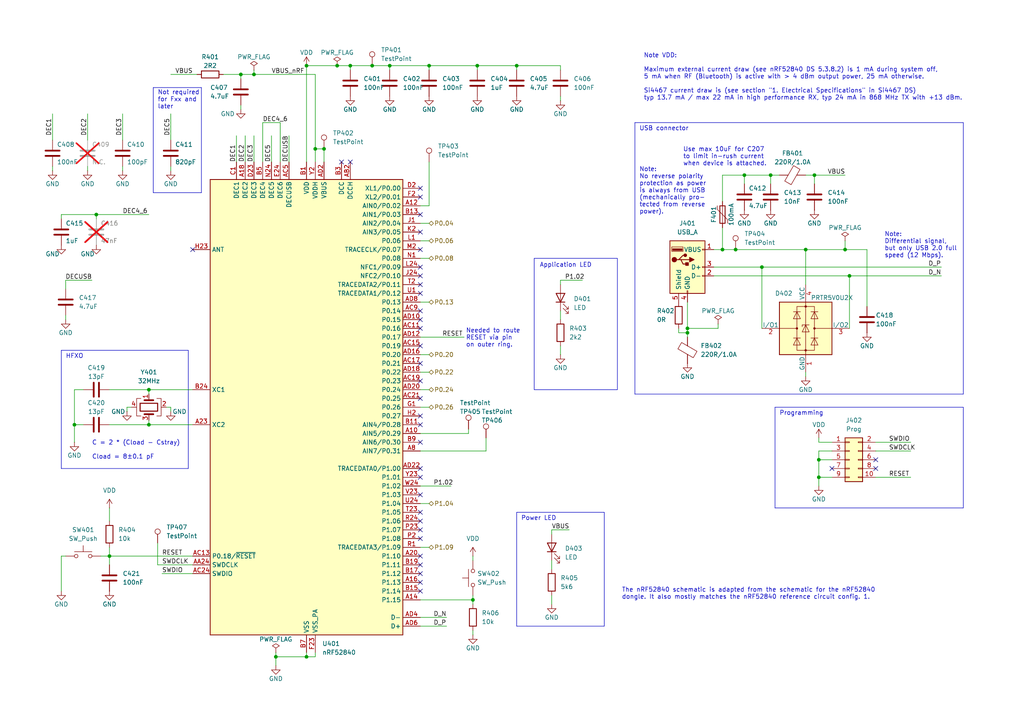
<source format=kicad_sch>
(kicad_sch (version 20231120) (generator "eeschema") (generator_version "8.0")
  (paper "A4")
  (title_block (title "Controller MCU"))
  (junction (at 88.9 190.5))
  (junction (at 27.94 62.23))
  (junction (at 73.66 21.59))
  (junction (at 113.03 19.05))
  (junction (at 209.55 72.39))
  (junction (at 149.86 19.05))
  (junction (at 137.16 173.99))
  (junction (at 246.38 80.01))
  (junction (at 80.01 190.5))
  (junction (at 69.85 21.59))
  (junction (at 236.22 50.8))
  (junction (at 93.98 43.18))
  (junction (at 215.9 50.8))
  (junction (at 31.75 161.29))
  (junction (at 245.11 72.39))
  (junction (at 88.9 19.05))
  (junction (at 199.39 96.52))
  (junction (at 43.18 123.19))
  (junction (at 21.59 123.19))
  (junction (at 101.6 19.05))
  (junction (at 124.46 19.05))
  (junction (at 138.43 19.05))
  (junction (at 223.52 50.8))
  (junction (at 43.18 113.03))
  (junction (at 199.39 95.25))
  (junction (at 237.49 133.35))
  (junction (at 213.36 72.39))
  (junction (at 107.95 19.05))
  (junction (at 233.68 72.39))
  (junction (at 91.44 43.18))
  (junction (at 237.49 138.43))
  (junction (at 220.98 77.47))
  (junction (at 97.79 19.05))
  (no_connect (at 121.92 138.43))
  (no_connect (at 101.6 46.99))
  (no_connect (at 121.92 72.39))
  (no_connect (at 121.92 163.83))
  (no_connect (at 121.92 95.25))
  (no_connect (at 121.92 151.13))
  (no_connect (at 121.92 148.59))
  (no_connect (at 121.92 166.37))
  (no_connect (at 121.92 105.41))
  (no_connect (at 121.92 67.31))
  (no_connect (at 121.92 62.23))
  (no_connect (at 121.92 143.51))
  (no_connect (at 121.92 110.49))
  (no_connect (at 121.92 57.15))
  (no_connect (at 121.92 54.61))
  (no_connect (at 121.92 85.09))
  (no_connect (at 121.92 80.01))
  (no_connect (at 121.92 77.47))
  (no_connect (at 121.92 82.55))
  (no_connect (at 121.92 156.21))
  (no_connect (at 121.92 161.29))
  (no_connect (at 121.92 115.57))
  (no_connect (at 121.92 153.67))
  (no_connect (at 254 135.89))
  (no_connect (at 254 133.35))
  (no_connect (at 241.3 135.89))
  (no_connect (at 121.92 135.89))
  (no_connect (at 121.92 171.45))
  (no_connect (at 99.06 46.99))
  (no_connect (at 55.88 72.39))
  (no_connect (at 121.92 90.17))
  (no_connect (at 121.92 123.19))
  (no_connect (at 121.92 92.71))
  (no_connect (at 121.92 128.27))
  (no_connect (at 121.92 120.65))
  (no_connect (at 121.92 100.33))
  (no_connect (at 121.92 168.91))
  (wire (pts (xy 254 130.81) (xy 264.16 130.81)))
  (wire (pts (xy 36.83 118.11) (xy 36.83 119.38)))
  (wire (pts (xy 81.28 35.56) (xy 76.2 35.56)))
  (wire (pts (xy 160.02 153.67) (xy 165.1 153.67)))
  (wire (pts (xy 69.85 30.48) (xy 69.85 31.75)))
  (wire (pts (xy 19.05 83.82) (xy 19.05 81.28)))
  (wire (pts (xy 215.9 53.34) (xy 215.9 50.8)))
  (wire (pts (xy 45.72 163.83) (xy 55.88 163.83)))
  (wire (pts (xy 124.46 19.05) (xy 138.43 19.05)))
  (wire (pts (xy 207.01 72.39) (xy 209.55 72.39)))
  (polyline (pts (xy 279.4 35.56) (xy 184.15 35.56)))
  (wire (pts (xy 91.44 189.23) (xy 91.44 190.5)))
  (wire (pts (xy 121.92 87.63) (xy 124.46 87.63)))
  (wire (pts (xy 15.24 33.02) (xy 15.24 40.64)))
  (wire (pts (xy 80.01 190.5) (xy 88.9 190.5)))
  (wire (pts (xy 80.01 189.23) (xy 80.01 190.5)))
  (wire (pts (xy 45.72 163.83) (xy 45.72 157.48)))
  (polyline (pts (xy 58.42 25.4) (xy 58.42 55.88)))
  (wire (pts (xy 246.38 95.25) (xy 246.38 80.01)))
  (wire (pts (xy 71.12 39.37) (xy 71.12 46.99)))
  (polyline (pts (xy 175.26 181.61) (xy 149.86 181.61)))
  (wire (pts (xy 162.56 100.33) (xy 162.56 102.87)))
  (polyline (pts (xy 184.15 35.56) (xy 184.15 114.3)))
  (wire (pts (xy 233.68 107.95) (xy 233.68 109.22)))
  (wire (pts (xy 160.02 162.56) (xy 160.02 165.1)))
  (polyline (pts (xy 54.61 101.6) (xy 54.61 135.89)))
  (wire (pts (xy 162.56 90.17) (xy 162.56 92.71)))
  (wire (pts (xy 76.2 35.56) (xy 76.2 46.99)))
  (wire (pts (xy 49.53 118.11) (xy 48.26 118.11)))
  (wire (pts (xy 43.18 121.92) (xy 43.18 123.19)))
  (polyline (pts (xy 224.79 147.32) (xy 279.4 147.32)))
  (wire (pts (xy 17.78 171.45) (xy 17.78 161.29)))
  (polyline (pts (xy 224.79 118.11) (xy 224.79 147.32)))
  (wire (pts (xy 49.53 48.26) (xy 49.53 49.53)))
  (wire (pts (xy 246.38 80.01) (xy 273.05 80.01)))
  (wire (pts (xy 19.05 81.28) (xy 26.67 81.28)))
  (polyline (pts (xy 224.79 118.11) (xy 279.4 118.11)))
  (polyline (pts (xy 17.78 101.6) (xy 54.61 101.6)))
  (wire (pts (xy 254 128.27) (xy 264.16 128.27)))
  (wire (pts (xy 137.16 182.88) (xy 137.16 184.15)))
  (polyline (pts (xy 44.45 25.4) (xy 44.45 55.88)))
  (wire (pts (xy 93.98 43.18) (xy 91.44 43.18)))
  (wire (pts (xy 236.22 50.8) (xy 236.22 53.34)))
  (wire (pts (xy 245.11 69.85) (xy 245.11 72.39)))
  (polyline (pts (xy 279.4 147.32) (xy 279.4 118.11)))
  (wire (pts (xy 121.92 179.07) (xy 129.54 179.07)))
  (wire (pts (xy 135.89 125.73) (xy 135.89 124.46)))
  (polyline (pts (xy 149.86 148.59) (xy 149.86 181.61)))
  (wire (pts (xy 160.02 172.72) (xy 160.02 175.26)))
  (wire (pts (xy 121.92 74.93) (xy 124.46 74.93)))
  (wire (pts (xy 241.3 133.35) (xy 237.49 133.35)))
  (wire (pts (xy 137.16 173.99) (xy 137.16 175.26)))
  (wire (pts (xy 49.53 33.02) (xy 49.53 40.64)))
  (wire (pts (xy 31.75 113.03) (xy 43.18 113.03)))
  (wire (pts (xy 121.92 59.69) (xy 124.46 59.69)))
  (wire (pts (xy 24.13 113.03) (xy 21.59 113.03)))
  (wire (pts (xy 149.86 19.05) (xy 162.56 19.05)))
  (wire (pts (xy 49.53 119.38) (xy 49.53 118.11)))
  (wire (pts (xy 64.77 21.59) (xy 69.85 21.59)))
  (wire (pts (xy 162.56 27.94) (xy 162.56 29.21)))
  (wire (pts (xy 43.18 113.03) (xy 55.88 113.03)))
  (wire (pts (xy 207.01 77.47) (xy 220.98 77.47)))
  (wire (pts (xy 35.56 33.02) (xy 35.56 40.64)))
  (wire (pts (xy 73.66 39.37) (xy 73.66 46.99)))
  (wire (pts (xy 17.78 62.23) (xy 27.94 62.23)))
  (wire (pts (xy 17.78 62.23) (xy 17.78 63.5)))
  (wire (pts (xy 162.56 20.32) (xy 162.56 19.05)))
  (wire (pts (xy 233.68 72.39) (xy 245.11 72.39)))
  (wire (pts (xy 121.92 102.87) (xy 124.46 102.87)))
  (wire (pts (xy 121.92 113.03) (xy 124.46 113.03)))
  (wire (pts (xy 91.44 190.5) (xy 88.9 190.5)))
  (wire (pts (xy 21.59 123.19) (xy 21.59 128.27)))
  (polyline (pts (xy 149.86 148.59) (xy 175.26 148.59)))
  (wire (pts (xy 21.59 113.03) (xy 21.59 123.19)))
  (wire (pts (xy 121.92 130.81) (xy 140.97 130.81)))
  (polyline (pts (xy 54.61 135.89) (xy 17.78 135.89)))
  (wire (pts (xy 209.55 50.8) (xy 215.9 50.8)))
  (wire (pts (xy 121.92 140.97) (xy 130.81 140.97)))
  (wire (pts (xy 233.68 82.55) (xy 233.68 72.39)))
  (wire (pts (xy 88.9 189.23) (xy 88.9 190.5)))
  (wire (pts (xy 38.1 118.11) (xy 36.83 118.11)))
  (wire (pts (xy 101.6 19.05) (xy 107.95 19.05)))
  (wire (pts (xy 209.55 72.39) (xy 213.36 72.39)))
  (wire (pts (xy 31.75 147.32) (xy 31.75 151.13)))
  (wire (pts (xy 113.03 19.05) (xy 113.03 20.32)))
  (wire (pts (xy 121.92 107.95) (xy 124.46 107.95)))
  (wire (pts (xy 25.4 33.02) (xy 25.4 40.64)))
  (wire (pts (xy 107.95 19.05) (xy 113.03 19.05)))
  (wire (pts (xy 199.39 95.25) (xy 199.39 96.52)))
  (wire (pts (xy 31.75 158.75) (xy 31.75 161.29)))
  (wire (pts (xy 121.92 69.85) (xy 124.46 69.85)))
  (wire (pts (xy 93.98 46.99) (xy 93.98 43.18)))
  (wire (pts (xy 35.56 48.26) (xy 35.56 49.53)))
  (wire (pts (xy 49.53 21.59) (xy 57.15 21.59)))
  (wire (pts (xy 97.79 19.05) (xy 101.6 19.05)))
  (wire (pts (xy 245.11 72.39) (xy 251.46 72.39)))
  (wire (pts (xy 199.39 96.52) (xy 199.39 97.79)))
  (wire (pts (xy 27.94 62.23) (xy 27.94 63.5)))
  (wire (pts (xy 73.66 20.32) (xy 73.66 21.59)))
  (wire (pts (xy 160.02 154.94) (xy 160.02 153.67)))
  (wire (pts (xy 80.01 190.5) (xy 80.01 193.04)))
  (wire (pts (xy 140.97 130.81) (xy 140.97 127)))
  (wire (pts (xy 43.18 114.3) (xy 43.18 113.03)))
  (wire (pts (xy 21.59 123.19) (xy 24.13 123.19)))
  (wire (pts (xy 213.36 72.39) (xy 233.68 72.39)))
  (wire (pts (xy 237.49 130.81) (xy 237.49 133.35)))
  (wire (pts (xy 69.85 21.59) (xy 73.66 21.59)))
  (wire (pts (xy 121.92 173.99) (xy 137.16 173.99)))
  (wire (pts (xy 81.28 46.99) (xy 81.28 35.56)))
  (wire (pts (xy 121.92 64.77) (xy 124.46 64.77)))
  (wire (pts (xy 121.92 146.05) (xy 124.46 146.05)))
  (wire (pts (xy 124.46 19.05) (xy 124.46 20.32)))
  (wire (pts (xy 215.9 50.8) (xy 223.52 50.8)))
  (wire (pts (xy 162.56 82.55) (xy 162.56 81.28)))
  (wire (pts (xy 101.6 19.05) (xy 101.6 20.32)))
  (wire (pts (xy 91.44 21.59) (xy 91.44 43.18)))
  (wire (pts (xy 124.46 59.69) (xy 124.46 46.99)))
  (wire (pts (xy 69.85 21.59) (xy 69.85 22.86)))
  (wire (pts (xy 68.58 39.37) (xy 68.58 46.99)))
  (wire (pts (xy 162.56 81.28) (xy 168.91 81.28)))
  (wire (pts (xy 73.66 21.59) (xy 91.44 21.59)))
  (wire (pts (xy 236.22 50.8) (xy 245.11 50.8)))
  (wire (pts (xy 15.24 48.26) (xy 15.24 49.53)))
  (wire (pts (xy 88.9 19.05) (xy 97.79 19.05)))
  (wire (pts (xy 137.16 161.29) (xy 137.16 162.56)))
  (polyline (pts (xy 279.4 114.3) (xy 279.4 35.56)))
  (polyline (pts (xy 58.42 55.88) (xy 44.45 55.88)))
  (wire (pts (xy 91.44 43.18) (xy 91.44 46.99)))
  (wire (pts (xy 43.18 123.19) (xy 31.75 123.19)))
  (wire (pts (xy 121.92 125.73) (xy 135.89 125.73)))
  (wire (pts (xy 27.94 62.23) (xy 43.18 62.23)))
  (wire (pts (xy 149.86 20.32) (xy 149.86 19.05)))
  (wire (pts (xy 83.82 39.37) (xy 83.82 46.99)))
  (wire (pts (xy 209.55 50.8) (xy 209.55 58.42)))
  (wire (pts (xy 29.21 161.29) (xy 31.75 161.29)))
  (wire (pts (xy 121.92 118.11) (xy 124.46 118.11)))
  (polyline (pts (xy 44.45 25.4) (xy 58.42 25.4)))
  (wire (pts (xy 223.52 50.8) (xy 226.06 50.8)))
  (wire (pts (xy 149.86 19.05) (xy 138.43 19.05)))
  (wire (pts (xy 31.75 161.29) (xy 55.88 161.29)))
  (wire (pts (xy 207.01 80.01) (xy 246.38 80.01)))
  (wire (pts (xy 46.99 166.37) (xy 55.88 166.37)))
  (wire (pts (xy 43.18 123.19) (xy 55.88 123.19)))
  (wire (pts (xy 121.92 158.75) (xy 124.46 158.75)))
  (wire (pts (xy 88.9 19.05) (xy 88.9 46.99)))
  (wire (pts (xy 121.92 97.79) (xy 134.62 97.79)))
  (wire (pts (xy 237.49 138.43) (xy 241.3 138.43)))
  (wire (pts (xy 233.68 50.8) (xy 236.22 50.8)))
  (wire (pts (xy 237.49 133.35) (xy 237.49 138.43)))
  (wire (pts (xy 199.39 95.25) (xy 208.28 95.25)))
  (wire (pts (xy 209.55 66.04) (xy 209.55 72.39)))
  (wire (pts (xy 78.74 39.37) (xy 78.74 46.99)))
  (wire (pts (xy 223.52 50.8) (xy 223.52 53.34)))
  (wire (pts (xy 254 138.43) (xy 264.16 138.43)))
  (wire (pts (xy 196.85 95.25) (xy 196.85 96.52)))
  (wire (pts (xy 138.43 19.05) (xy 138.43 20.32)))
  (wire (pts (xy 25.4 48.26) (xy 25.4 49.53)))
  (wire (pts (xy 121.92 181.61) (xy 129.54 181.61)))
  (wire (pts (xy 220.98 77.47) (xy 273.05 77.47)))
  (wire (pts (xy 237.49 127) (xy 237.49 128.27)))
  (wire (pts (xy 31.75 161.29) (xy 31.75 163.83)))
  (wire (pts (xy 220.98 95.25) (xy 220.98 77.47)))
  (wire (pts (xy 17.78 161.29) (xy 19.05 161.29)))
  (wire (pts (xy 251.46 72.39) (xy 251.46 88.9)))
  (wire (pts (xy 208.28 93.98) (xy 208.28 95.25)))
  (wire (pts (xy 196.85 96.52) (xy 199.39 96.52)))
  (wire (pts (xy 113.03 19.05) (xy 124.46 19.05)))
  (wire (pts (xy 199.39 87.63) (xy 199.39 95.25)))
  (polyline (pts (xy 184.15 114.3) (xy 279.4 114.3)))
  (wire (pts (xy 137.16 173.99) (xy 137.16 172.72)))
  (wire (pts (xy 237.49 140.97) (xy 237.49 138.43)))
  (wire (pts (xy 19.05 91.44) (xy 19.05 92.71)))
  (polyline (pts (xy 175.26 148.59) (xy 175.26 181.61)))
  (wire (pts (xy 241.3 130.81) (xy 237.49 130.81)))
  (polyline (pts (xy 17.78 135.89) (xy 17.78 101.6)))
  (wire (pts (xy 237.49 128.27) (xy 241.3 128.27)))
  (rectangle (start 154.94 74.93) (end 179.07 113.03))
  (text "Programming" (at 226.06 120.65 0) (effects (font (size 1.27 1.27)) (justify left bottom)))
  (text "USB connector" (at 185.42 38.1 0) (effects (font (size 1.27 1.27)) (justify left bottom)))
  (text "C = 2 * (Cload - Cstray)\n\nCload = 8±0.1 pF" (at 26.67 133.35 0) (effects (font (size 1.27 1.27)) (justify left bottom)))
  (text "Note VDD:\n\nMaximum external current draw (see nRF52840 DS 5.3.8.2) is 1 mA during system off, \n5 mA when RF (Bluetooth) is active with > 4 dBm output power, 25 mA otherwise.\n\nSi4467 current draw is (see section \"1. Electrical Specifications\" in Si4467 DS) \ntyp 13.7 mA / max 22 mA in high performance RX, typ 24 mA in 868 MHz TX with +13 dBm." (at 186.69 29.21 0) (effects (font (size 1.27 1.27)) (justify left bottom)))
  (text "Not required\nfor Fxx and\nlater" (at 45.72 31.75 0) (effects (font (size 1.27 1.27)) (justify left bottom)))
  (text "The nRF52840 schematic is adapted from the schematic for the nRF52840\ndongle. It also mostly matches the nRF52840 reference circuit config. 1." (at 180.34 173.99 0) (effects (font (size 1.27 1.27)) (justify left bottom)))
  (text "HFXO" (at 19.05 104.14 0) (effects (font (size 1.27 1.27)) (justify left bottom)))
  (text "Note:\nNo reverse polarity\nprotection as power\nis always from USB\n(mechanically pro-\ntected from reverse\npower)." (at 185.42 62.23 0) (effects (font (size 1.27 1.27)) (justify left bottom)))
  (text "Power LED" (at 151.13 151.13 0) (effects (font (size 1.27 1.27)) (justify left bottom)))
  (text "Application LED" (at 164.084 76.962 0) (effects (font (size 1.27 1.27))))
  (text "Note:\nDifferential signal,\nbut only USB 2.0 full\nspeed (12 Mbps)." (at 256.54 74.93 0) (effects (font (size 1.27 1.27)) (justify left bottom)))
  (text "Needed to route\nRESET via pin \non outer ring." (at 135.128 100.838 0) (effects (font (size 1.27 1.27)) (justify left bottom)))
  (text "Use max 10uF for C207\nto limit in-rush current\nwhen device is attached." (at 198.12 48.26 0) (effects (font (size 1.27 1.27)) (justify left bottom)))
  (label "DEC4_6" (at 35.56 62.23 0))
  (label "D_N" (at 125.73 179.07 0))
  (label "P1.02" (at 163.83 81.28 0))
  (label "SWDCLK" (at 46.99 163.83 0))
  (label "RESET" (at 257.81 138.43 0))
  (label "RESET" (at 128.27 97.79 0))
  (label "SWDCLK" (at 257.81 130.81 0))
  (label "D_P" (at 269.24 77.47 0))
  (label "D_P" (at 125.73 181.61 0))
  (label "DECUSB" (at 83.82 46.99 90))
  (label "VBUS" (at 160.02 153.67 0))
  (label "DEC3" (at 73.66 46.99 90))
  (label "DEC2" (at 25.4 39.37 90))
  (label "DEC2" (at 71.12 46.99 90))
  (label "RESET" (at 46.99 161.29 0))
  (label "DEC5" (at 49.53 39.37 90))
  (label "DEC5" (at 78.74 46.99 90))
  (label "DEC4_6" (at 76.2 35.56 0))
  (label "VBUS" (at 240.03 50.8 0))
  (label "VBUS" (at 50.8 21.59 0))
  (label "DEC3" (at 35.56 39.37 90))
  (label "D_N" (at 269.24 80.01 0))
  (label "VBUS_nRF" (at 78.74 21.59 0))
  (label "DEC1" (at 68.58 46.99 90))
  (label "SWDIO" (at 257.81 128.27 0))
  (label "DEC1" (at 15.24 39.37 90))
  (label "DECUSB" (at 26.67 81.28 180))
  (label "SWDIO" (at 46.99 166.37 0))
  (label "P1.02" (at 125.73 140.97 0))
  (hierarchical_label "P0.24" (shape bidirectional) (at 124.46 113.03 0))
  (hierarchical_label "P0.08" (shape bidirectional) (at 124.46 74.93 0))
  (hierarchical_label "P0.04" (shape bidirectional) (at 124.46 64.77 0))
  (hierarchical_label "P1.09" (shape bidirectional) (at 124.46 158.75 0))
  (hierarchical_label "P0.06" (shape bidirectional) (at 124.46 69.85 0))
  (hierarchical_label "P0.20" (shape bidirectional) (at 124.46 102.87 0))
  (hierarchical_label "P0.26" (shape bidirectional) (at 124.46 118.11 0))
  (hierarchical_label "P0.22" (shape bidirectional) (at 124.46 107.95 0))
  (hierarchical_label "P1.04" (shape bidirectional) (at 124.46 146.05 0))
  (hierarchical_label "P0.13" (shape bidirectional) (at 124.46 87.63 0))
  (symbol (lib_id "power:GND") (at 17.78 71.12 0) (unit 1)
    (property "Reference" "#PWR0416" (effects (hide yes)))
    (property "Value" "GND" (at 15.24 73.66 0))
    (property "Description" "Power symbol creates a global label with name \"GND\" , ground" (effects (hide yes)))
    (instances (project "dongle" (path "" (reference "#PWR0416") (unit 1))) (project "dongle" (path "" (reference "#PWR0225") (unit 1))))
  )
  (symbol (lib_id "Device:FerriteBead") (at 199.39 101.6 0) (unit 1)
    (property "Reference" "FB402" (at 203.2 100.2791 0) (effects (justify left)))
    (property "Value" "220R/1.0A" (at 203.2 102.8191 0) (effects (justify left)))
    (property "Footprint" "Resistor_SMD:R_0402_1005Metric" (effects (hide yes)))
    (property "Datasheet" "https://wmsc.lcsc.com/wmsc/upload/file/pdf/v2/lcsc/2108070930_Murata-Electronics-BLM15EG221SH1D_C2662025.pdf" (effects (hide yes)))
    (property "Description" "280mΩ ±25% 220Ω@100MHz 0402 Ferrite Beads ROHS" (effects (hide yes)))
    (property "Comment" "nRF52 dongle uses Taiyo Yuden BKP0603HS121-T: Ferrite Bead, 120 Ohm @ 100MHz, 850mA, 150 mOhm Max" (effects (hide yes)))
    (property "LCSC" "C2662025" (effects (hide yes)))
    (property "Manufacturer" "Murata Electronics" (effects (hide yes)))
    (property "Part Number" "BLM15EG221SH1D" (effects (hide yes)))
    (instances (project "dongle" (path "" (reference "FB402") (unit 1))) (project "dongle" (path "" (reference "FB201") (unit 1))))
  )
  (symbol (lib_id "Connector:TestPoint") (at 140.97 127 0) (unit 1)
    (property "Reference" "TP406" (at 139.7 121.92 0) (effects (justify left)))
    (property "Value" "TestPoint" (at 139.7 119.38 0) (effects (justify left)))
    (property "Footprint" "TestPoint:TestPoint_Pad_D1.0mm" (effects (hide yes)))
    (instances (project "dongle" (path "" (reference "TP406") (unit 1))) (project "dongle" (path "" (reference "TP206") (unit 1))))
  )
  (symbol (lib_id "power:VDD") (at 237.49 127 0) (unit 1)
    (property "Reference" "#PWR0425" (effects (hide yes)))
    (property "Value" "VDD" (at 237.49 123.19 0))
    (property "Description" "Power symbol creates a global label with name \"VDD\"" (effects (hide yes)))
    (instances (project "dongle" (path "" (reference "#PWR0425") (unit 1))) (project "dongle" (path "" (reference "#PWR0113") (unit 1))))
  )
  (symbol (lib_id "Connector:TestPoint") (at 124.46 46.99 0) (unit 1)
    (property "Reference" "TP403" (at 127 42.4179 0) (effects (justify left)))
    (property "Value" "TestPoint" (at 127 44.9579 0) (effects (justify left)))
    (property "Footprint" "TestPoint:TestPoint_Pad_D1.0mm" (effects (hide yes)))
    (instances (project "dongle" (path "" (reference "TP403") (unit 1))) (project "dongle" (path "" (reference "TP204") (unit 1))))
  )
  (symbol (lib_id "Device:C") (at 17.78 67.31 0) (unit 1)
    (property "Reference" "C415" (at 19.05 64.77 0) (effects (justify left)))
    (property "Value" "1uF" (at 19.05 69.85 0) (effects (justify left)))
    (property "Footprint" "Capacitor_SMD:C_0603_1608Metric" (effects (hide yes)))
    (property "Description" "50V 1uF X5R ±10% 0603" (effects (hide yes)))
    (property "LCSC" "C15849" (effects (hide yes)))
    (property "Manufacturer" "Samsung Electro-Mechanics" (effects (hide yes)))
    (property "Part Number" "CL10A105KB8NNNC" (effects (hide yes)))
    (property "Comment" "JLCPCB basic part" (effects (hide yes)))
    (instances (project "dongle" (path "" (reference "C415") (unit 1))) (project "dongle" (path "" (reference "C221") (unit 1))))
  )
  (symbol (lib_id "Device:C") (at 113.03 24.13 0) (unit 1)
    (property "Reference" "C402" (at 116.84 22.8599 0) (effects (justify left)))
    (property "Value" "100nF" (at 116.84 25.3999 0) (effects (justify left)))
    (property "Footprint" "Capacitor_SMD:C_0201_0603Metric" (effects (hide yes)))
    (property "Description" "25V 100nF X5R ±10% 0201" (effects (hide yes)))
    (property "LCSC" "C76939" (effects (hide yes)))
    (property "Manufacturer" "Murata Electronics" (effects (hide yes)))
    (property "Part Number" "GRM033R61E104KE14D" (effects (hide yes)))
    (instances (project "dongle" (path "" (reference "C402") (unit 1))) (project "dongle" (path "" (reference "C217") (unit 1))))
  )
  (symbol (lib_id "Connector:TestPoint") (at 45.72 157.48 0) (unit 1)
    (property "Reference" "TP407" (at 48.26 152.9079 0) (effects (justify left)))
    (property "Value" "TestPoint" (at 48.26 155.4479 0) (effects (justify left)))
    (property "Footprint" "TestPoint:TestPoint_Pad_D1.0mm" (effects (hide yes)))
    (instances (project "dongle" (path "" (reference "TP407") (unit 1))) (project "dongle" (path "" (reference "TP207") (unit 1))))
  )
  (symbol (lib_id "power:GND") (at 69.85 31.75 0) (unit 1)
    (property "Reference" "#PWR0408" (effects (hide yes)))
    (property "Value" "GND" (at 66.04 33.02 0))
    (property "Description" "Power symbol creates a global label with name \"GND\" , ground" (effects (hide yes)))
    (instances (project "dongle" (path "" (reference "#PWR0408") (unit 1))) (project "dongle" (path "" (reference "#PWR0219") (unit 1))))
  )
  (symbol (lib_id "power:GND") (at 162.56 29.21 0) (unit 1)
    (property "Reference" "#PWR0407" (effects (hide yes)))
    (property "Value" "GND" (at 162.56 33.02 0))
    (property "Description" "Power symbol creates a global label with name \"GND\" , ground" (effects (hide yes)))
    (instances (project "dongle" (path "" (reference "#PWR0407") (unit 1))) (project "dongle" (path "" (reference "#PWR0233") (unit 1))))
  )
  (symbol (lib_id "Device:R") (at 196.85 91.44 0) (unit 1)
    (property "Reference" "R402" (at 190.5 90.17 0) (effects (justify left)))
    (property "Value" "0R" (at 190.5 92.71 0) (effects (justify left)))
    (property "Footprint" "Resistor_SMD:R_0402_1005Metric" (effects (hide yes)))
    (property "Comment" "JLCPCB basic part" (effects (hide yes)))
    (property "LCSC" "C17168" (effects (hide yes)))
    (property "Manufacturer" "Uniroyal Elec" (effects (hide yes)))
    (property "Part Number" "0402WGF0000TCE" (effects (hide yes)))
    (instances (project "dongle" (path "" (reference "R402") (unit 1))) (project "dongle" (path "" (reference "R201") (unit 1))))
  )
  (symbol (lib_id "Device:C") (at 236.22 57.15 0) (unit 1)
    (property "Reference" "C414" (at 240.03 55.8799 0) (effects (justify left)))
    (property "Value" "100nF" (at 240.03 58.4199 0) (effects (justify left)))
    (property "Footprint" "Capacitor_SMD:C_0201_0603Metric" (effects (hide yes)))
    (property "Description" "25V 100nF X5R ±10% 0201" (effects (hide yes)))
    (property "LCSC" "C76939" (effects (hide yes)))
    (property "Manufacturer" "Murata Electronics" (effects (hide yes)))
    (property "Part Number" "GRM033R61E104KE14D" (effects (hide yes)))
    (instances (project "dongle" (path "" (reference "C414") (unit 1))) (project "dongle" (path "" (reference "C206") (unit 1))))
  )
  (symbol (lib_id "Device:Polyfuse") (at 209.55 62.23 0) (unit 1)
    (property "Reference" "F401" (at 207.01 62.23 90))
    (property "Value" "100mA" (at 212.09 62.23 90))
    (property "Footprint" "Fuse:Fuse_0603_1608Metric" (effects (hide yes)))
    (property "Datasheet" "https://datasheet.lcsc.com/lcsc/1809211423_TECHFUSE-SMD0603-010_C70047.pdf" (effects (hide yes)))
    (property "Description" "15V 100mA 40A 300mA 0603" (effects (hide yes)))
    (property "LCSC" "C70047" (effects (hide yes)))
    (property "Manufacturer" "TECHFUSE" (effects (hide yes)))
    (property "Part Number" "SMD0603-010" (effects (hide yes)))
    (property "Comment" "100mA is max we are allowed to draw without negatiation; host side should also have a fuse (at higher current)." (effects (hide yes)))
    (instances (project "dongle" (path "" (reference "F401") (unit 1))) (project "dongle" (path "" (reference "F201") (unit 1))))
  )
  (symbol (lib_id "Device:C") (at 31.75 167.64 0) (unit 1)
    (property "Reference" "C421" (at 35.56 166.3699 0) (effects (justify left)))
    (property "Value" "100nF" (at 35.56 168.9099 0) (effects (justify left)))
    (property "Footprint" "Capacitor_SMD:C_0201_0603Metric" (effects (hide yes)))
    (property "Description" "25V 100nF X5R ±10% 0201" (effects (hide yes)))
    (property "LCSC" "C76939" (effects (hide yes)))
    (property "Manufacturer" "Murata Electronics" (effects (hide yes)))
    (property "Part Number" "GRM033R61E104KE14D" (effects (hide yes)))
    (instances (project "dongle" (path "" (reference "C421") (unit 1))) (project "dongle" (path "" (reference "C214") (unit 1))))
  )
  (symbol (lib_id "power:GND") (at 25.4 49.53 0) (unit 1)
    (property "Reference" "#PWR0410" (effects (hide yes)))
    (property "Value" "GND" (at 25.4 53.34 0))
    (property "Description" "Power symbol creates a global label with name \"GND\" , ground" (effects (hide yes)))
    (instances (project "dongle" (path "" (reference "#PWR0410") (unit 1))) (project "dongle" (path "" (reference "#PWR0214") (unit 1))))
  )
  (symbol (lib_id "power:GND") (at 19.05 92.71 0) (unit 1)
    (property "Reference" "#PWR0418" (effects (hide yes)))
    (property "Value" "GND" (at 19.05 96.52 0))
    (property "Description" "Power symbol creates a global label with name \"GND\" , ground" (effects (hide yes)))
    (instances (project "dongle" (path "" (reference "#PWR0418") (unit 1))) (project "dongle" (path "" (reference "#PWR0213") (unit 1))))
  )
  (symbol (lib_id "power:GND") (at 49.53 49.53 0) (unit 1)
    (property "Reference" "#PWR0412" (effects (hide yes)))
    (property "Value" "GND" (at 49.53 53.34 0))
    (property "Description" "Power symbol creates a global label with name \"GND\" , ground" (effects (hide yes)))
    (instances (project "dongle" (path "" (reference "#PWR0412") (unit 1))) (project "dongle" (path "" (reference "#PWR0218") (unit 1))))
  )
  (symbol (lib_id "Device:C") (at 25.4 44.45 0) (unit 1) (in_bom no) (dnp yes)
    (property "Reference" "C409" (at 26.67 41.91 0) (effects (justify left)))
    (property "Value" "N.C." (at 26.67 46.99 0) (effects (justify left)))
    (property "Footprint" "Capacitor_SMD:C_0201_0603Metric" (effects (hide yes)))
    (instances (project "dongle" (path "" (reference "C409") (unit 1))) (project "dongle" (path "" (reference "C210") (unit 1))))
  )
  (symbol (lib_id "Device:C") (at 124.46 24.13 0) (unit 1)
    (property "Reference" "C403" (at 128.27 22.8599 0) (effects (justify left)))
    (property "Value" "100nF" (at 128.27 25.3999 0) (effects (justify left)))
    (property "Footprint" "Capacitor_SMD:C_0201_0603Metric" (effects (hide yes)))
    (property "Description" "25V 100nF X5R ±10% 0201" (effects (hide yes)))
    (property "LCSC" "C76939" (effects (hide yes)))
    (property "Manufacturer" "Murata Electronics" (effects (hide yes)))
    (property "Part Number" "GRM033R61E104KE14D" (effects (hide yes)))
    (instances (project "dongle" (path "" (reference "C403") (unit 1))) (project "dongle" (path "" (reference "C218") (unit 1))))
  )
  (symbol (lib_id "Device:C") (at 27.94 113.03 90) (unit 1)
    (property "Reference" "C419" (at 27.94 106.68 90))
    (property "Value" "13pF" (at 27.94 109.22 90))
    (property "Footprint" "Capacitor_SMD:C_0402_1005Metric" (effects (hide yes)))
    (property "Datasheet" "https://datasheet.lcsc.com/lcsc/1811081530_Murata-Electronics-GJM1555C1H130FB01D_C161306.pdf" (effects (hide yes)))
    (property "Description" "50V 13pF C0G ±1% 0402" (effects (hide yes)))
    (property "LCSC" "C161306" (effects (hide yes)))
    (property "Manufacturer" "Murata Electronics" (effects (hide yes)))
    (property "Part Number" "GJM1555C1H130FB01D" (effects (hide yes)))
    (instances (project "dongle" (path "" (reference "C419") (unit 1))) (project "dongle" (path "" (reference "C201") (unit 1))))
  )
  (symbol (lib_id "Device:C") (at 162.56 24.13 0) (unit 1)
    (property "Reference" "C406" (at 166.37 22.8599 0) (effects (justify left)))
    (property "Value" "100nF" (at 166.37 25.3999 0) (effects (justify left)))
    (property "Footprint" "Capacitor_SMD:C_0201_0603Metric" (effects (hide yes)))
    (property "Description" "25V 100nF X5R ±10% 0201" (effects (hide yes)))
    (property "LCSC" "C76939" (effects (hide yes)))
    (property "Manufacturer" "Murata Electronics" (effects (hide yes)))
    (property "Part Number" "GRM033R61E104KE14D" (effects (hide yes)))
    (instances (project "dongle" (path "" (reference "C406") (unit 1))) (project "dongle" (path "" (reference "C226") (unit 1))))
  )
  (symbol (lib_id "Connector:TestPoint") (at 213.36 72.39 0) (unit 1)
    (property "Reference" "TP404" (at 215.9 67.8179 0) (effects (justify left)))
    (property "Value" "TestPoint" (at 215.9 70.3579 0) (effects (justify left)))
    (property "Footprint" "TestPoint:TestPoint_Pad_D1.0mm" (effects (hide yes)))
    (instances (project "dongle" (path "" (reference "TP404") (unit 1))) (project "dongle" (path "" (reference "TP203") (unit 1))))
  )
  (symbol (lib_id "Power_Protection:PRTR5V0U2X") (at 233.68 95.25 0) (unit 1)
    (property "Reference" "D402" (at 227.33 85.09 0))
    (property "Value" "PRTR5V0U2X" (at 241.3 86.36 0))
    (property "Footprint" "Package_TO_SOT_SMD:SOT-143" (effects (hide yes)))
    (property "Datasheet" "https://assets.nexperia.com/documents/data-sheet/PRTR5V0U2X.pdf" (effects (hide yes)))
    (property "LCSC" "C2827688" (effects (hide yes)))
    (property "Manufacturer" "TECH PUBLIC" (effects (hide yes)))
    (property "Part Number" "PRTR5V0U2X" (effects (hide yes)))
    (instances (project "dongle" (path "" (reference "D402") (unit 1))) (project "dongle" (path "" (reference "D201") (unit 1))))
  )
  (symbol (lib_id "power:GND") (at 162.56 102.87 0) (unit 1)
    (property "Reference" "#PWR0420" (effects (hide yes)))
    (property "Value" "GND" (at 162.56 106.68 0))
    (property "Description" "Power symbol creates a global label with name \"GND\" , ground" (effects (hide yes)))
    (instances (project "dongle" (path "" (reference "#PWR0420") (unit 1))) (project "dongle" (path "" (reference "#PWR0236") (unit 1))))
  )
  (symbol (lib_id "Connector_Generic:Conn_02x05_Odd_Even") (at 246.38 133.35 0) (unit 1)
    (property "Reference" "J402" (at 247.65 121.92 0))
    (property "Value" "Prog" (at 247.65 124.46 0))
    (property "Footprint" "Connector_PinHeader_1.27mm:PinHeader_2x05_P1.27mm_Vertical_SMD" (effects (hide yes)))
    (instances (project "dongle" (path "" (reference "J402") (unit 1))) (project "dongle" (path "" (reference "J202") (unit 1))))
  )
  (symbol (lib_id "power:GND") (at 138.43 27.94 0) (unit 1)
    (property "Reference" "#PWR0405" (effects (hide yes)))
    (property "Value" "GND" (at 138.43 31.75 0))
    (property "Description" "Power symbol creates a global label with name \"GND\" , ground" (effects (hide yes)))
    (instances (project "dongle" (path "" (reference "#PWR0405") (unit 1))) (project "dongle" (path "" (reference "#PWR0226") (unit 1))))
  )
  (symbol (lib_id "power:GND") (at 233.68 109.22 0) (unit 1)
    (property "Reference" "#PWR0422" (effects (hide yes)))
    (property "Value" "GND" (at 233.68 113.03 0))
    (property "Description" "Power symbol creates a global label with name \"GND\" , ground" (effects (hide yes)))
    (instances (project "dongle" (path "" (reference "#PWR0422") (unit 1))) (project "dongle" (path "" (reference "#PWR0210") (unit 1))))
  )
  (symbol (lib_id "Device:C") (at 138.43 24.13 0) (unit 1)
    (property "Reference" "C404" (at 142.24 22.8599 0) (effects (justify left)))
    (property "Value" "1uF" (at 142.24 25.3999 0) (effects (justify left)))
    (property "Footprint" "Capacitor_SMD:C_0603_1608Metric" (effects (hide yes)))
    (property "Description" "50V 1uF X5R ±10% 0603" (effects (hide yes)))
    (property "LCSC" "C15849" (effects (hide yes)))
    (property "Manufacturer" "Samsung Electro-Mechanics" (effects (hide yes)))
    (property "Part Number" "CL10A105KB8NNNC" (effects (hide yes)))
    (property "Comment" "JLCPCB basic part" (effects (hide yes)))
    (instances (project "dongle" (path "" (reference "C404") (unit 1))) (project "dongle" (path "" (reference "C219") (unit 1))))
  )
  (symbol (lib_id "power:GND") (at 21.59 128.27 0) (unit 1)
    (property "Reference" "#PWR0426" (effects (hide yes)))
    (property "Value" "GND" (at 21.59 132.08 0))
    (property "Description" "Power symbol creates a global label with name \"GND\" , ground" (effects (hide yes)))
    (instances (project "dongle" (path "" (reference "#PWR0426") (unit 1))) (project "dongle" (path "" (reference "#PWR0201") (unit 1))))
  )
  (symbol (lib_id "power:PWR_FLAG") (at 97.79 19.05 0) (unit 1)
    (property "Reference" "#FLG0401" (effects (hide yes)))
    (property "Value" "PWR_FLAG" (at 97.79 15.24 0))
    (property "Description" "Special symbol for telling ERC where power comes from" (effects (hide yes)))
    (instances (project "dongle" (path "" (reference "#FLG0401") (unit 1))) (project "dongle" (path "" (reference "#FLG0104") (unit 1))))
  )
  (symbol (lib_id "Connector:TestPoint") (at 107.95 19.05 0) (unit 1)
    (property "Reference" "TP401" (at 110.49 14.4779 0) (effects (justify left)))
    (property "Value" "TestPoint" (at 110.49 17.0179 0) (effects (justify left)))
    (property "Footprint" "TestPoint:TestPoint_Pad_D1.0mm" (effects (hide yes)))
    (instances (project "dongle" (path "" (reference "TP401") (unit 1))) (project "dongle" (path "" (reference "TP202") (unit 1))))
  )
  (symbol (lib_id "power:GND") (at 237.49 140.97 0) (unit 1)
    (property "Reference" "#PWR0427" (effects (hide yes)))
    (property "Value" "GND" (at 237.49 144.78 0))
    (property "Description" "Power symbol creates a global label with name \"GND\" , ground" (effects (hide yes)))
    (instances (project "dongle" (path "" (reference "#PWR0427") (unit 1))) (project "dongle" (path "" (reference "#PWR0234") (unit 1))))
  )
  (symbol (lib_id "power:GND") (at 15.24 49.53 0) (unit 1)
    (property "Reference" "#PWR0409" (effects (hide yes)))
    (property "Value" "GND" (at 15.24 53.34 0))
    (property "Description" "Power symbol creates a global label with name \"GND\" , ground" (effects (hide yes)))
    (instances (project "dongle" (path "" (reference "#PWR0409") (unit 1))) (project "dongle" (path "" (reference "#PWR0212") (unit 1))))
  )
  (symbol (lib_id "power:GND") (at 27.94 71.12 0) (unit 1)
    (property "Reference" "#PWR0417" (effects (hide yes)))
    (property "Value" "GND" (at 25.4 73.66 0))
    (property "Description" "Power symbol creates a global label with name \"GND\" , ground" (effects (hide yes)))
    (instances (project "dongle" (path "" (reference "#PWR0417") (unit 1))) (project "dongle" (path "" (reference "#PWR0228") (unit 1))))
  )
  (symbol (lib_id "power:GND") (at 199.39 105.41 0) (unit 1)
    (property "Reference" "#PWR0421" (effects (hide yes)))
    (property "Value" "GND" (at 199.39 109.22 0))
    (property "Description" "Power symbol creates a global label with name \"GND\" , ground" (effects (hide yes)))
    (instances (project "dongle" (path "" (reference "#PWR0421") (unit 1))) (project "dongle" (path "" (reference "#PWR0205") (unit 1))))
  )
  (symbol (lib_id "MCU_Nordic:nRF52840") (at 88.9 118.11 0) (unit 1)
    (property "Reference" "U401" (at 93.4594 186.69 0) (effects (justify left)))
    (property "Value" "nRF52840" (at 93.4594 189.23 0) (effects (justify left)))
    (property "Footprint" "Package_DFN_QFN:Nordic_AQFN-73-1EP_7x7mm_P0.5mm" (effects (hide yes)))
    (property "Datasheet" "http://infocenter.nordicsemi.com/topic/com.nordic.infocenter.nrf52/dita/nrf52/chips/nrf52840.html" (effects (hide yes)))
    (property "Description" "Multiprotocol BLE/ANT/2.4 GHz/802.15.4 Cortex-M4F SoC, AQFN-73" (effects (hide yes)))
    (property "LCSC" "C190794" (effects (hide yes)))
    (property "Manufacturer" "Nordic Semiconductor" (effects (hide yes)))
    (property "Part Number" "NRF52840-QIAA-R" (effects (hide yes)))
    (instances (project "dongle" (path "" (reference "U401") (unit 1))) (project "dongle" (path "" (reference "U201") (unit 1))))
  )
  (symbol (lib_id "power:GND") (at 17.78 171.45 0) (unit 1)
    (property "Reference" "#PWR0430" (effects (hide yes)))
    (property "Value" "GND" (at 17.78 175.26 0))
    (property "Description" "Power symbol creates a global label with name \"GND\" , ground" (effects (hide yes)))
    (instances (project "dongle" (path "" (reference "#PWR0430") (unit 1))) (project "dongle" (path "" (reference "#PWR0211") (unit 1))))
  )
  (symbol (lib_id "power:GND") (at 49.53 119.38 0) (unit 1)
    (property "Reference" "#PWR0424" (effects (hide yes)))
    (property "Value" "GND" (at 52.07 119.38 0))
    (property "Description" "Power symbol creates a global label with name \"GND\" , ground" (effects (hide yes)))
    (instances (project "dongle" (path "" (reference "#PWR0424") (unit 1))) (project "dongle" (path "" (reference "#PWR0203") (unit 1))))
  )
  (symbol (lib_id "Device:Crystal_GND24") (at 43.18 118.11 270) (unit 1)
    (property "Reference" "Y401" (at 43.18 107.95 90))
    (property "Value" "32MHz" (at 43.18 110.49 90))
    (property "Footprint" "Crystal:Crystal_SMD_2016-4Pin_2.0x1.6mm" (effects (hide yes)))
    (property "Datasheet" "https://www.murata.com/products/productdata/8801079197726/SPEC-XRCGB32M000F1H01R0.pdf" (effects (hide yes)))
    (property "LCSC" "C914155" (effects (hide yes)))
    (property "Manufacturer" "Murata" (effects (hide yes)))
    (property "Part Number" "XRCGB32M000F1H01R0 " (effects (hide yes)))
    (instances (project "dongle" (path "" (reference "Y401") (unit 1))) (project "dongle" (path "" (reference "Y201") (unit 1))))
  )
  (symbol (lib_id "power:GND") (at 215.9 60.96 0) (unit 1)
    (property "Reference" "#PWR0413" (effects (hide yes)))
    (property "Value" "GND" (at 215.9 64.77 0))
    (property "Description" "Power symbol creates a global label with name \"GND\" , ground" (effects (hide yes)))
    (instances (project "dongle" (path "" (reference "#PWR0413") (unit 1))) (project "dongle" (path "" (reference "#PWR0207") (unit 1))))
  )
  (symbol (lib_id "Device:R") (at 31.75 154.94 0) (unit 1)
    (property "Reference" "R404" (at 34.29 153.6699 0) (effects (justify left)))
    (property "Value" "10k" (at 34.29 156.2099 0) (effects (justify left)))
    (property "Footprint" "Resistor_SMD:R_0402_1005Metric" (effects (hide yes)))
    (property "Comment" "JLCPCB basic part" (effects (hide yes)))
    (property "LCSC" "C25744" (effects (hide yes)))
    (property "Manufacturer" "Uniroyal Elec" (effects (hide yes)))
    (property "Part Number" "0402WGF1002TCE" (effects (hide yes)))
    (instances (project "dongle" (path "" (reference "R404") (unit 1))) (project "dongle" (path "" (reference "R202") (unit 1))))
  )
  (symbol (lib_id "Device:LED") (at 160.02 158.75 90) (unit 1)
    (property "Reference" "D403" (at 163.83 159.0674 90) (effects (justify right)))
    (property "Value" "LED" (at 163.83 161.6074 90) (effects (justify right)))
    (property "Footprint" "LED_SMD:LED_0805_2012Metric" (effects (hide yes)))
    (property "Datasheet" "https://datasheet.lcsc.com/lcsc/2008201032_Foshan-NationStar-Optoelectronics-NCD0805R1_C84256.pdf" (effects (hide yes)))
    (property "Description" "Red 0805 Light Emitting Diodes (LED) ROHS" (effects (hide yes)))
    (property "Comment" "JLCPCB basic part" (effects (hide yes)))
    (property "LCSC" "C84256" (effects (hide yes)))
    (property "Manufacturer" "Foshan NationStar Optoelectronics" (effects (hide yes)))
    (property "Part Number" "NCD0805R1" (effects (hide yes)))
    (instances (project "dongle" (path "" (reference "D403") (unit 1))) (project "dongle" (path "" (reference "D202") (unit 1))))
  )
  (symbol (lib_id "power:GND") (at 236.22 60.96 0) (unit 1)
    (property "Reference" "#PWR0415" (effects (hide yes)))
    (property "Value" "GND" (at 236.22 64.77 0))
    (property "Description" "Power symbol creates a global label with name \"GND\" , ground" (effects (hide yes)))
    (instances (project "dongle" (path "" (reference "#PWR0415") (unit 1))) (project "dongle" (path "" (reference "#PWR0208") (unit 1))))
  )
  (symbol (lib_id "power:GND") (at 101.6 27.94 0) (unit 1)
    (property "Reference" "#PWR0402" (effects (hide yes)))
    (property "Value" "GND" (at 101.6 31.75 0))
    (property "Description" "Power symbol creates a global label with name \"GND\" , ground" (effects (hide yes)))
    (instances (project "dongle" (path "" (reference "#PWR0402") (unit 1))) (project "dongle" (path "" (reference "#PWR0222") (unit 1))))
  )
  (symbol (lib_id "Connector:TestPoint") (at 93.98 43.18 0) (unit 1)
    (property "Reference" "TP402" (at 96.52 38.6079 0) (effects (justify left)))
    (property "Value" "TestPoint" (at 96.52 41.1479 0) (effects (justify left)))
    (property "Footprint" "TestPoint:TestPoint_Pad_D1.0mm" (effects (hide yes)))
    (instances (project "dongle" (path "" (reference "TP402") (unit 1))) (project "dongle" (path "" (reference "TP201") (unit 1))))
  )
  (symbol (lib_id "power:PWR_FLAG") (at 208.28 93.98 0) (unit 1)
    (property "Reference" "#FLG0404" (effects (hide yes)))
    (property "Value" "PWR_FLAG" (at 208.28 90.17 0))
    (property "Description" "Special symbol for telling ERC where power comes from" (effects (hide yes)))
    (instances (project "dongle" (path "" (reference "#FLG0404") (unit 1))) (project "dongle" (path "" (reference "#FLG0101") (unit 1))))
  )
  (symbol (lib_id "power:GND") (at 149.86 27.94 0) (unit 1)
    (property "Reference" "#PWR0406" (effects (hide yes)))
    (property "Value" "GND" (at 149.86 31.75 0))
    (property "Description" "Power symbol creates a global label with name \"GND\" , ground" (effects (hide yes)))
    (instances (project "dongle" (path "" (reference "#PWR0406") (unit 1))) (project "dongle" (path "" (reference "#PWR0229") (unit 1))))
  )
  (symbol (lib_id "power:GND") (at 31.75 171.45 0) (unit 1)
    (property "Reference" "#PWR0431" (effects (hide yes)))
    (property "Value" "GND" (at 31.75 175.26 0))
    (property "Description" "Power symbol creates a global label with name \"GND\" , ground" (effects (hide yes)))
    (instances (project "dongle" (path "" (reference "#PWR0431") (unit 1))) (project "dongle" (path "" (reference "#PWR0216") (unit 1))))
  )
  (symbol (lib_id "power:GND") (at 36.83 119.38 0) (unit 1)
    (property "Reference" "#PWR0423" (effects (hide yes)))
    (property "Value" "GND" (at 34.29 119.38 0))
    (property "Description" "Power symbol creates a global label with name \"GND\" , ground" (effects (hide yes)))
    (instances (project "dongle" (path "" (reference "#PWR0423") (unit 1))) (project "dongle" (path "" (reference "#PWR0202") (unit 1))))
  )
  (symbol (lib_id "Connector:USB_A") (at 199.39 77.47 0) (unit 1)
    (property "Reference" "J401" (at 199.39 64.77 0))
    (property "Value" "USB_A" (at 199.39 67.31 0))
    (property "Footprint" "Connector_USB:USB_A_CNCTech_1001-011-01101_Horizontal" (effects (hide yes)))
    (property "Datasheet" "https://datasheet.lcsc.com/lcsc/2110151630_XKB-Connectivity-U217-041N-4BV81_C319178.pdf" (effects (hide yes)))
    (property "Comment" "Alternative at JLCPCB with same footprint: Molex 480371000 (C136456)" (effects (hide yes)))
    (property "LCSC" "C319178" (effects (hide yes)))
    (property "Manufacturer" "XKB Connectivity" (effects (hide yes)))
    (property "Part Number" "U217-041N-4BV81" (effects (hide yes)))
    (instances (project "dongle" (path "" (reference "J401") (unit 1))) (project "dongle" (path "" (reference "J201") (unit 1))))
  )
  (symbol (lib_id "Device:C") (at 149.86 24.13 0) (unit 1)
    (property "Reference" "C405" (at 153.67 22.8599 0) (effects (justify left)))
    (property "Value" "4.7uF" (at 153.67 25.3999 0) (effects (justify left)))
    (property "Footprint" "Capacitor_SMD:C_0603_1608Metric" (effects (hide yes)))
    (property "Description" "16V 4.7uF X5R ±10% 0603" (effects (hide yes)))
    (property "Comment" "JLCPCB basic part; nRF52 dongle has ±10% 0603 here" (effects (hide yes)))
    (property "LCSC" "C19666" (effects (hide yes)))
    (property "Manufacturer" "Samsung Electro-Mechanics" (effects (hide yes)))
    (property "Part Number" "CL10A475KO8NNNC" (effects (hide yes)))
    (instances (project "dongle" (path "" (reference "C405") (unit 1))) (project "dongle" (path "" (reference "C220") (unit 1))))
  )
  (symbol (lib_id "power:VDD") (at 88.9 19.05 0) (unit 1)
    (property "Reference" "#PWR0401" (effects (hide yes)))
    (property "Value" "VDD" (at 88.9 15.24 0))
    (property "Description" "Power symbol creates a global label with name \"VDD\"" (effects (hide yes)))
    (instances (project "dongle" (path "" (reference "#PWR0401") (unit 1))) (project "dongle" (path "" (reference "#PWR0220") (unit 1))))
  )
  (symbol (lib_id "power:GND") (at 223.52 60.96 0) (unit 1)
    (property "Reference" "#PWR0414" (effects (hide yes)))
    (property "Value" "GND" (at 223.52 64.77 0))
    (property "Description" "Power symbol creates a global label with name \"GND\" , ground" (effects (hide yes)))
    (instances (project "dongle" (path "" (reference "#PWR0414") (unit 1))) (project "dongle" (path "" (reference "#PWR0206") (unit 1))))
  )
  (symbol (lib_id "Device:LED") (at 162.56 86.36 90) (unit 1)
    (property "Reference" "D401" (at 166.37 86.6774 90) (effects (justify right)))
    (property "Value" "LED" (at 166.37 89.2174 90) (effects (justify right)))
    (property "Footprint" "LED_SMD:LED_0805_2012Metric" (effects (hide yes)))
    (property "Datasheet" "https://datasheet.lcsc.com/lcsc/2008201032_Foshan-NationStar-Optoelectronics-NCD0805R1_C84256.pdf" (effects (hide yes)))
    (property "Description" "Red 0805 Light Emitting Diodes (LED) ROHS" (effects (hide yes)))
    (property "Comment" "JLCPCB basic part" (effects (hide yes)))
    (property "LCSC" "C84256" (effects (hide yes)))
    (property "Manufacturer" "Foshan NationStar Optoelectronics" (effects (hide yes)))
    (property "Part Number" "NCD0805R1" (effects (hide yes)))
    (instances (project "dongle" (path "" (reference "D401") (unit 1))) (project "dongle" (path "" (reference "D203") (unit 1))))
  )
  (symbol (lib_id "power:GND") (at 80.01 193.04 0) (unit 1)
    (property "Reference" "#PWR0434" (effects (hide yes)))
    (property "Value" "GND" (at 80.01 196.85 0))
    (property "Description" "Power symbol creates a global label with name \"GND\" , ground" (effects (hide yes)))
    (instances (project "dongle" (path "" (reference "#PWR0434") (unit 1))) (project "dongle" (path "" (reference "#PWR0221") (unit 1))))
  )
  (symbol (lib_id "Device:R") (at 60.96 21.59 90) (unit 1)
    (property "Reference" "R401" (at 60.96 16.51 90))
    (property "Value" "2R2" (at 60.96 19.05 90))
    (property "Footprint" "Resistor_SMD:R_0201_0603Metric" (effects (hide yes)))
    (property "Datasheet" "https://wmsc.lcsc.com/wmsc/upload/file/pdf/v2/lcsc/2207281830_Sunway-SC0201F2R20I1BNRH_C3152027.pdf" (effects (hide yes)))
    (property "Description" "50mW ±300ppm/℃ ±1% 2.2Ω 0201 Chip Resistor - Surface Mount ROHS" (effects (hide yes)))
    (property "LCSC" "C3152027" (effects (hide yes)))
    (property "Manufacturer" "Sunway" (effects (hide yes)))
    (property "Part Number" "SC0201F2R20I1BNRH" (effects (hide yes)))
    (instances (project "dongle" (path "" (reference "R401") (unit 1))) (project "dongle" (path "" (reference "R203") (unit 1))))
  )
  (symbol (lib_id "power:GND") (at 124.46 27.94 0) (unit 1)
    (property "Reference" "#PWR0404" (effects (hide yes)))
    (property "Value" "GND" (at 124.46 31.75 0))
    (property "Description" "Power symbol creates a global label with name \"GND\" , ground" (effects (hide yes)))
    (instances (project "dongle" (path "" (reference "#PWR0404") (unit 1))) (project "dongle" (path "" (reference "#PWR0224") (unit 1))))
  )
  (symbol (lib_id "Device:C") (at 15.24 44.45 0) (unit 1)
    (property "Reference" "C408" (at 16.51 41.91 0) (effects (justify left)))
    (property "Value" "100nF" (at 16.51 46.99 0) (effects (justify left)))
    (property "Footprint" "Capacitor_SMD:C_0201_0603Metric" (effects (hide yes)))
    (property "Description" "25V 100nF X5R ±10% 0201" (effects (hide yes)))
    (property "LCSC" "C76939" (effects (hide yes)))
    (property "Manufacturer" "Murata Electronics" (effects (hide yes)))
    (property "Part Number" "GRM033R61E104KE14D" (effects (hide yes)))
    (instances (project "dongle" (path "" (reference "C408") (unit 1))) (project "dongle" (path "" (reference "C209") (unit 1))))
  )
  (symbol (lib_id "Device:C") (at 35.56 44.45 0) (unit 1)
    (property "Reference" "C410" (at 36.83 41.91 0) (effects (justify left)))
    (property "Value" "100pF" (at 36.83 46.99 0) (effects (justify left)))
    (property "Footprint" "Capacitor_SMD:C_0201_0603Metric" (effects (hide yes)))
    (property "Description" "50V 100pF C0G ±5% 0201" (effects (hide yes)))
    (property "LCSC" "C76922" (effects (hide yes)))
    (property "Manufacturer" "Murata Electronics" (effects (hide yes)))
    (property "Part Number" "GRM0335C1H101JA01D" (effects (hide yes)))
    (instances (project "dongle" (path "" (reference "C410") (unit 1))) (project "dongle" (path "" (reference "C211") (unit 1))))
  )
  (symbol (lib_id "power:VDD") (at 137.16 161.29 0) (unit 1)
    (property "Reference" "#PWR0429" (effects (hide yes)))
    (property "Value" "VDD" (at 137.16 156.21 0))
    (property "Description" "Power symbol creates a global label with name \"VDD\"" (effects (hide yes)))
    (instances (project "dongle" (path "" (reference "#PWR0429") (unit 1))) (project "dongle" (path "" (reference "#PWR02") (unit 1))))
  )
  (symbol (lib_id "Device:C") (at 251.46 92.71 0) (unit 1)
    (property "Reference" "C418" (at 254 91.44 0) (effects (justify left)))
    (property "Value" "100nF" (at 254 93.98 0) (effects (justify left)))
    (property "Footprint" "Capacitor_SMD:C_0201_0603Metric" (effects (hide yes)))
    (property "Description" "25V 100nF X5R ±10% 0201" (effects (hide yes)))
    (property "LCSC" "C76939" (effects (hide yes)))
    (property "Manufacturer" "Murata Electronics" (effects (hide yes)))
    (property "Part Number" "GRM033R61E104KE14D" (effects (hide yes)))
    (instances (project "dongle" (path "" (reference "C418") (unit 1))) (project "dongle" (path "" (reference "C208") (unit 1))))
  )
  (symbol (lib_id "Switch:SW_Push") (at 137.16 167.64 90) (unit 1)
    (property "Reference" "SW402" (at 138.43 166.37 90) (effects (justify right)))
    (property "Value" "SW_Push" (at 138.43 168.91 90) (effects (justify right)))
    (property "Footprint" "Button_Switch_SMD:SW_SPST_PTS810" (effects (hide yes)))
    (property "Datasheet" "https://www.ckswitches.com/media/1476/pts810.pdf" (effects (hide yes)))
    (property "Manufacturer" "C&K" (effects (hide yes)))
    (property "Part Number" "PTS810 SJK 250 SMTR LFS" (effects (hide yes)))
    (property "LCSC" "C221896" (effects (hide yes)))
    (instances (project "dongle" (path "" (reference "SW402") (unit 1))) (project "dongle" (path "" (reference "SW202") (unit 1))))
  )
  (symbol (lib_id "Device:R") (at 137.16 179.07 0) (unit 1)
    (property "Reference" "R406" (at 139.7 177.8 0) (effects (justify left)))
    (property "Value" "10k" (at 139.7 180.34 0) (effects (justify left)))
    (property "Footprint" "Resistor_SMD:R_0402_1005Metric" (effects (hide yes)))
    (property "Comment" "JLCPCB basic part" (effects (hide yes)))
    (property "LCSC" "C25744" (effects (hide yes)))
    (property "Manufacturer" "Uniroyal Elec" (effects (hide yes)))
    (property "Part Number" "0402WGF1002TCE" (effects (hide yes)))
    (instances (project "dongle" (path "" (reference "R406") (unit 1))) (project "dongle" (path "" (reference "R205") (unit 1))))
  )
  (symbol (lib_id "Device:C") (at 101.6 24.13 0) (unit 1)
    (property "Reference" "C401" (at 105.41 22.8599 0) (effects (justify left)))
    (property "Value" "100nF" (at 105.41 25.3999 0) (effects (justify left)))
    (property "Footprint" "Capacitor_SMD:C_0201_0603Metric" (effects (hide yes)))
    (property "Description" "25V 100nF X5R ±10% 0201" (effects (hide yes)))
    (property "LCSC" "C76939" (effects (hide yes)))
    (property "Manufacturer" "Murata Electronics" (effects (hide yes)))
    (property "Part Number" "GRM033R61E104KE14D" (effects (hide yes)))
    (instances (project "dongle" (path "" (reference "C401") (unit 1))) (project "dongle" (path "" (reference "C216") (unit 1))))
  )
  (symbol (lib_id "power:PWR_FLAG") (at 80.01 189.23 0) (unit 1)
    (property "Reference" "#FLG0405" (effects (hide yes)))
    (property "Value" "PWR_FLAG" (at 80.01 185.42 0))
    (property "Description" "Special symbol for telling ERC where power comes from" (effects (hide yes)))
    (instances (project "dongle" (path "" (reference "#FLG0405") (unit 1))) (project "dongle" (path "" (reference "#FLG0105") (unit 1))))
  )
  (symbol (lib_id "power:GND") (at 137.16 184.15 0) (unit 1)
    (property "Reference" "#PWR0433" (effects (hide yes)))
    (property "Value" "GND" (at 137.16 187.96 0))
    (property "Description" "Power symbol creates a global label with name \"GND\" , ground" (effects (hide yes)))
    (instances (project "dongle" (path "" (reference "#PWR0433") (unit 1))) (project "dongle" (path "" (reference "#PWR01") (unit 1))))
  )
  (symbol (lib_id "Device:C") (at 69.85 26.67 0) (unit 1)
    (property "Reference" "C407" (at 60.96 25.4 0) (effects (justify left)))
    (property "Value" "4.7uF" (at 60.96 27.94 0) (effects (justify left)))
    (property "Footprint" "Capacitor_SMD:C_0402_1005Metric" (effects (hide yes)))
    (property "Description" "10V 4.7uF X5R ±20% 0402" (effects (hide yes)))
    (property "Comment" "JLCPCB basic part; nRF52 dongle has ±20% 0402 here" (effects (hide yes)))
    (property "LCSC" "C23733" (effects (hide yes)))
    (property "Manufacturer" "Samsung Electro-Mechanics" (effects (hide yes)))
    (property "Part Number" "CL05A475MP5NRNC" (effects (hide yes)))
    (instances (project "dongle" (path "" (reference "C407") (unit 1))) (project "dongle" (path "" (reference "C215") (unit 1))))
  )
  (symbol (lib_id "power:GND") (at 160.02 175.26 0) (unit 1)
    (property "Reference" "#PWR0432" (effects (hide yes)))
    (property "Value" "GND" (at 160.02 179.07 0))
    (property "Description" "Power symbol creates a global label with name \"GND\" , ground" (effects (hide yes)))
    (instances (project "dongle" (path "" (reference "#PWR0432") (unit 1))) (project "dongle" (path "" (reference "#PWR0235") (unit 1))))
  )
  (symbol (lib_id "power:PWR_FLAG") (at 245.11 69.85 0) (unit 1)
    (property "Reference" "#FLG0403" (effects (hide yes)))
    (property "Value" "PWR_FLAG" (at 245.11 66.04 0))
    (property "Description" "Special symbol for telling ERC where power comes from" (effects (hide yes)))
    (instances (project "dongle" (path "" (reference "#FLG0403") (unit 1))) (project "dongle" (path "" (reference "#FLG0103") (unit 1))))
  )
  (symbol (lib_id "power:GND") (at 251.46 96.52 0) (unit 1)
    (property "Reference" "#PWR0419" (effects (hide yes)))
    (property "Value" "GND" (at 251.46 100.33 0))
    (property "Description" "Power symbol creates a global label with name \"GND\" , ground" (effects (hide yes)))
    (instances (project "dongle" (path "" (reference "#PWR0419") (unit 1))) (project "dongle" (path "" (reference "#PWR0209") (unit 1))))
  )
  (symbol (lib_id "Device:C") (at 215.9 57.15 0) (unit 1)
    (property "Reference" "C412" (at 217.17 54.61 0) (effects (justify left)))
    (property "Value" "4.7uF" (at 217.17 59.69 0) (effects (justify left)))
    (property "Footprint" "Capacitor_SMD:C_0402_1005Metric" (effects (hide yes)))
    (property "Description" "10V 4.7uF X5R ±20% 0402" (effects (hide yes)))
    (property "Comment" "JLCPCB basic part; nRF52 dongle has ±20% 0402 here" (effects (hide yes)))
    (property "LCSC" "C23733" (effects (hide yes)))
    (property "Manufacturer" "Samsung Electro-Mechanics" (effects (hide yes)))
    (property "Part Number" "CL05A475MP5NRNC" (effects (hide yes)))
    (instances (project "dongle" (path "" (reference "C412") (unit 1))) (project "dongle" (path "" (reference "C207") (unit 1))))
  )
  (symbol (lib_id "Connector:TestPoint") (at 135.89 124.46 0) (unit 1)
    (property "Reference" "TP405" (at 133.35 119.38 0) (effects (justify left)))
    (property "Value" "TestPoint" (at 133.35 116.84 0) (effects (justify left)))
    (property "Footprint" "TestPoint:TestPoint_Pad_D1.0mm" (effects (hide yes)))
    (instances (project "dongle" (path "" (reference "TP405") (unit 1))) (project "dongle" (path "" (reference "TP205") (unit 1))))
  )
  (symbol (lib_id "power:VDD") (at 31.75 147.32 0) (unit 1)
    (property "Reference" "#PWR0428" (effects (hide yes)))
    (property "Value" "VDD" (at 31.75 142.24 0))
    (property "Description" "Power symbol creates a global label with name \"VDD\"" (effects (hide yes)))
    (instances (project "dongle" (path "" (reference "#PWR0428") (unit 1))) (project "dongle" (path "" (reference "#PWR0215") (unit 1))))
  )
  (symbol (lib_id "Device:C") (at 27.94 67.31 0) (unit 1) (in_bom no) (dnp yes)
    (property "Reference" "C416" (at 29.21 64.77 0) (effects (justify left)))
    (property "Value" "47nF" (at 29.21 69.85 0) (effects (justify left)))
    (property "Footprint" "Capacitor_SMD:C_0201_0603Metric" (effects (hide yes)))
    (property "Description" "6.3V 47nF X5R ±10% 0201" (effects (hide yes)))
    (property "LCSC" "C126621" (effects (hide yes)))
    (property "Manufacturer" "Murata Electronics" (effects (hide yes)))
    (property "Part Number" "GRT033R60J473KE01D" (effects (hide yes)))
    (property "Comment" "Exists in dongle schematic, but N.C. in reference circuit from datasheet. Only relevant for DCDC mode." (effects (hide yes)))
    (instances (project "dongle" (path "" (reference "C416") (unit 1))) (project "dongle" (path "" (reference "C222") (unit 1))))
  )
  (symbol (lib_id "Device:FerriteBead") (at 229.87 50.8 90) (unit 1)
    (property "Reference" "FB401" (at 229.87 44.45 90))
    (property "Value" "220R/1.0A" (at 229.87 46.99 90))
    (property "Footprint" "Resistor_SMD:R_0402_1005Metric" (effects (hide yes)))
    (property "Datasheet" "https://wmsc.lcsc.com/wmsc/upload/file/pdf/v2/lcsc/2108070930_Murata-Electronics-BLM15EG221SH1D_C2662025.pdf" (effects (hide yes)))
    (property "Description" "280mΩ ±25% 220Ω@100MHz 0402 Ferrite Beads ROHS" (effects (hide yes)))
    (property "Comment" "nRF52 dongle uses Taiyo Yuden BKP0603HS121-T: Ferrite Bead, 120 Ohm @ 100MHz, 850mA, 150 mOhm Max" (effects (hide yes)))
    (property "LCSC" "C2662025" (effects (hide yes)))
    (property "Manufacturer" "Murata Electronics" (effects (hide yes)))
    (property "Part Number" "BLM15EG221SH1D" (effects (hide yes)))
    (instances (project "dongle" (path "" (reference "FB401") (unit 1))) (project "dongle" (path "" (reference "FB202") (unit 1))))
  )
  (symbol (lib_id "Device:C") (at 223.52 57.15 0) (unit 1)
    (property "Reference" "C413" (at 227.33 55.8799 0) (effects (justify left)))
    (property "Value" "10nF" (at 227.33 58.4199 0) (effects (justify left)))
    (property "Footprint" "Capacitor_SMD:C_0201_0603Metric" (effects (hide yes)))
    (property "Description" "25V 10nF X7R ±10% 0201" (effects (hide yes)))
    (property "LCSC" "C85930" (effects (hide yes)))
    (property "Manufacturer" "Murata Electronics" (effects (hide yes)))
    (property "Part Number" "GRM033R71E103KE14D" (effects (hide yes)))
    (instances (project "dongle" (path "" (reference "C413") (unit 1))) (project "dongle" (path "" (reference "C205") (unit 1))))
  )
  (symbol (lib_id "Device:C") (at 19.05 87.63 180) (unit 1)
    (property "Reference" "C417" (at 22.86 86.3599 0) (effects (justify right)))
    (property "Value" "4.7uF" (at 22.86 88.8999 0) (effects (justify right)))
    (property "Footprint" "Capacitor_SMD:C_0603_1608Metric" (effects (hide yes)))
    (property "Description" "16V 4.7uF X5R ±10% 0603" (effects (hide yes)))
    (property "Comment" "JLCPCB basic part; nRF52 dongle has ±10% 0603 here" (effects (hide yes)))
    (property "LCSC" "C19666" (effects (hide yes)))
    (property "Manufacturer" "Samsung Electro-Mechanics" (effects (hide yes)))
    (property "Part Number" "CL10A475KO8NNNC" (effects (hide yes)))
    (instances (project "dongle" (path "" (reference "C417") (unit 1))) (project "dongle" (path "" (reference "C213") (unit 1))))
  )
  (symbol (lib_id "Switch:SW_Push") (at 24.13 161.29 0) (unit 1)
    (property "Reference" "SW401" (at 24.13 153.67 0))
    (property "Value" "SW_Push" (at 24.13 156.21 0))
    (property "Footprint" "Button_Switch_SMD:SW_SPST_PTS810" (effects (hide yes)))
    (property "Datasheet" "https://www.ckswitches.com/media/1476/pts810.pdf" (effects (hide yes)))
    (property "Manufacturer" "C&K" (effects (hide yes)))
    (property "Part Number" "PTS810 SJK 250 SMTR LFS" (effects (hide yes)))
    (property "LCSC" "C221896" (effects (hide yes)))
    (instances (project "dongle" (path "" (reference "SW401") (unit 1))) (project "dongle" (path "" (reference "SW201") (unit 1))))
  )
  (symbol (lib_id "Device:C") (at 49.53 44.45 0) (unit 1)
    (property "Reference" "C411" (at 50.8 41.91 0) (effects (justify left)))
    (property "Value" "820pF" (at 50.8 46.99 0) (effects (justify left)))
    (property "Footprint" "Capacitor_SMD:C_0201_0603Metric" (effects (hide yes)))
    (property "Description" "25V 820pF X7R ±10% 0201" (effects (hide yes)))
    (property "Comment" "Not required for nRF52840 Fxx and later" (effects (hide yes)))
    (property "LCSC" "C185597" (effects (hide yes)))
    (property "Manufacturer" "Murata Electronics" (effects (hide yes)))
    (property "Part Number" "GRM033R71E821KA01D" (effects (hide yes)))
    (instances (project "dongle" (path "" (reference "C411") (unit 1))) (project "dongle" (path "" (reference "C212") (unit 1))))
  )
  (symbol (lib_id "power:PWR_FLAG") (at 73.66 20.32 0) (unit 1)
    (property "Reference" "#FLG0402" (effects (hide yes)))
    (property "Value" "PWR_FLAG" (at 73.66 16.51 0))
    (property "Description" "Special symbol for telling ERC where power comes from" (effects (hide yes)))
    (instances (project "dongle" (path "" (reference "#FLG0402") (unit 1))) (project "dongle" (path "" (reference "#FLG0102") (unit 1))))
  )
  (symbol (lib_id "Device:C") (at 27.94 123.19 90) (unit 1)
    (property "Reference" "C420" (at 27.94 116.84 90))
    (property "Value" "13pF" (at 27.94 119.38 90))
    (property "Footprint" "Capacitor_SMD:C_0402_1005Metric" (effects (hide yes)))
    (property "Datasheet" "https://datasheet.lcsc.com/lcsc/1811081530_Murata-Electronics-GJM1555C1H130FB01D_C161306.pdf" (effects (hide yes)))
    (property "Description" "50V 13pF C0G ±1% 0402" (effects (hide yes)))
    (property "LCSC" "C161306" (effects (hide yes)))
    (property "Manufacturer" "Murata Electronics" (effects (hide yes)))
    (property "Part Number" "GJM1555C1H130FB01D" (effects (hide yes)))
    (instances (project "dongle" (path "" (reference "C420") (unit 1))) (project "dongle" (path "" (reference "C202") (unit 1))))
  )
  (symbol (lib_id "power:GND") (at 113.03 27.94 0) (unit 1)
    (property "Reference" "#PWR0403" (effects (hide yes)))
    (property "Value" "GND" (at 113.03 31.75 0))
    (property "Description" "Power symbol creates a global label with name \"GND\" , ground" (effects (hide yes)))
    (instances (project "dongle" (path "" (reference "#PWR0403") (unit 1))) (project "dongle" (path "" (reference "#PWR0223") (unit 1))))
  )
  (symbol (lib_id "Device:R") (at 160.02 168.91 0) (unit 1)
    (property "Reference" "R405" (at 162.56 167.6399 0) (effects (justify left)))
    (property "Value" "5k6" (at 162.56 170.1799 0) (effects (justify left)))
    (property "Footprint" "Resistor_SMD:R_0402_1005Metric" (effects (hide yes)))
    (property "Datasheet" "https://datasheet.lcsc.com/lcsc/2206010045_UNI-ROYAL-Uniroyal-Elec-0402WGF5601TCE_C25908.pdf" (effects (hide yes)))
    (property "Description" "62.5mW Thick Film Resistors 50V ±100ppm/℃ ±1% -55℃~+155℃ 5.6kΩ 0402 Chip Resistor" (effects (hide yes)))
    (property "Comment" "JLCPCB basic part" (effects (hide yes)))
    (property "LCSC" "C25908" (effects (hide yes)))
    (property "Manufacturer" "Uniroyal Elec" (effects (hide yes)))
    (property "Part Number" "0402WGF5601TCE" (effects (hide yes)))
    (instances (project "dongle" (path "" (reference "R405") (unit 1))) (project "dongle" (path "" (reference "R204") (unit 1))))
  )
  (symbol (lib_id "Device:R") (at 162.56 96.52 0) (unit 1)
    (property "Reference" "R403" (at 165.1 95.2499 0) (effects (justify left)))
    (property "Value" "2k2" (at 165.1 97.7899 0) (effects (justify left)))
    (property "Footprint" "Resistor_SMD:R_0402_1005Metric" (effects (hide yes)))
    (property "Datasheet" "https://datasheet.lcsc.com/lcsc/2206010045_UNI-ROYAL-Uniroyal-Elec-0402WGF2201TCE_C25879.pdf" (effects (hide yes)))
    (property "Description" "62.5mW Thick Film Resistors 50V ±100ppm/℃ ±1% -55℃~+155℃ 2.2kΩ 0402 Chip Resistor" (effects (hide yes)))
    (property "Comment" "JLCPCB basic part" (effects (hide yes)))
    (property "LCSC" "C25879" (effects (hide yes)))
    (property "Manufacturer" "Uniroyal Elec" (effects (hide yes)))
    (property "Part Number" "0402WGF2201TCE" (effects (hide yes)))
    (instances (project "dongle" (path "" (reference "R403") (unit 1))) (project "dongle" (path "" (reference "R206") (unit 1))))
  )
  (symbol (lib_id "power:GND") (at 35.56 49.53 0) (unit 1)
    (property "Reference" "#PWR0411" (effects (hide yes)))
    (property "Value" "GND" (at 35.56 53.34 0))
    (property "Description" "Power symbol creates a global label with name \"GND\" , ground" (effects (hide yes)))
    (instances (project "dongle" (path "" (reference "#PWR0411") (unit 1))) (project "dongle" (path "" (reference "#PWR0217") (unit 1))))
  )
)
</source>
